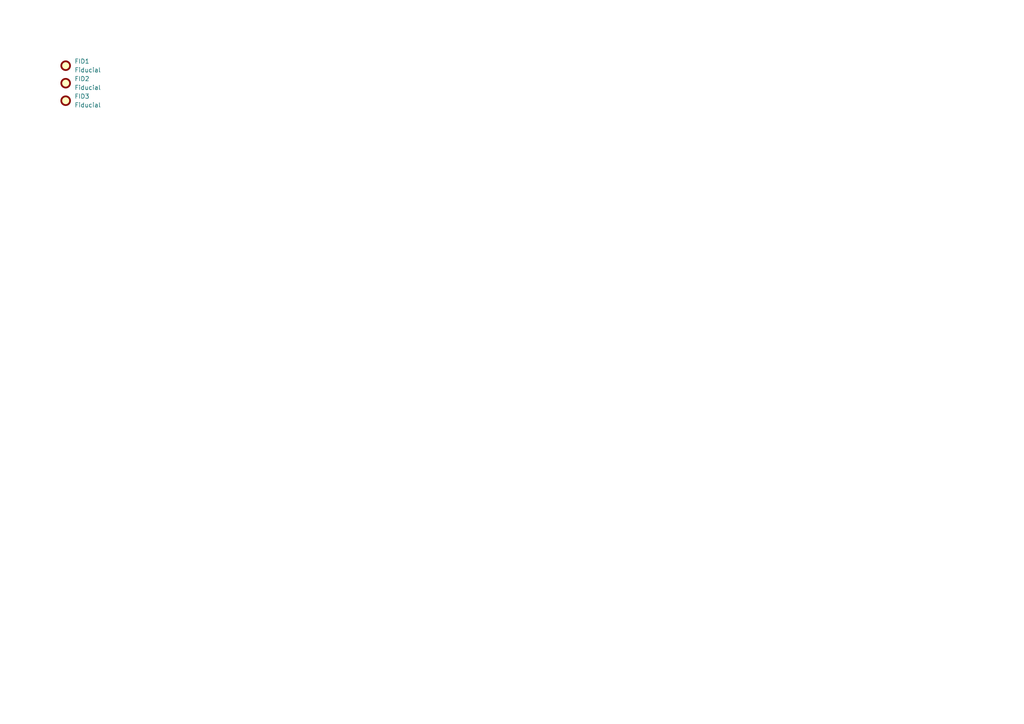
<source format=kicad_sch>
(kicad_sch (version 20250114) (generator "eeschema") (generator_version "9.0")
  (paper "A4")
  (title_block (title "SET!!!") (date "SET!!!") (rev "VERV") (company "SET!!!") (comment 2 "SET!!!") (comment 4 "SET!!!"))
  (lib_symbols
    (symbol "Mechanical:Fiducial" (exclude_from_sim yes) (in_bom no)
      (property "Reference" "FID" (at 0 5.08 0))
      (property "Value" "Fiducial" (at 0 3.175 0))
      (symbol "Fiducial_0_1"
        (circle (center 0 0) (radius 1.27) (stroke (width 0.508)) (fill (type background)))
      )
    )
  )
  (symbol (lib_id "Mechanical:Fiducial") (at 19.05 24.13 0) (unit 1) (exclude_from_sim yes) (in_bom no)
    (property "Reference" "FID2" (at 21.59 22.8599 0) (effects (justify left)))
    (property "Value" "Fiducial" (at 21.59 25.3999 0) (effects (justify left)))
    (property "Footprint" "MAS_Package_std:Fiducial_1mm_Mask2mm" (effects (hide yes)))
    (property "Description" "Fiducial Marker" (effects (hide yes)))
  )
  (symbol (lib_id "Mechanical:Fiducial") (at 19.05 19.05 0) (unit 1) (exclude_from_sim yes) (in_bom no)
    (property "Reference" "FID1" (at 21.59 17.7799 0) (effects (justify left)))
    (property "Value" "Fiducial" (at 21.59 20.3199 0) (effects (justify left)))
    (property "Footprint" "MAS_Package_std:Fiducial_1mm_Mask2mm" (effects (hide yes)))
    (property "Description" "Fiducial Marker" (effects (hide yes)))
  )
  (symbol (lib_id "Mechanical:Fiducial") (at 19.05 29.21 0) (unit 1) (exclude_from_sim yes) (in_bom no)
    (property "Reference" "FID3" (at 21.59 27.9399 0) (effects (justify left)))
    (property "Value" "Fiducial" (at 21.59 30.4799 0) (effects (justify left)))
    (property "Footprint" "MAS_Package_std:Fiducial_1mm_Mask2mm" (effects (hide yes)))
    (property "Description" "Fiducial Marker" (effects (hide yes)))
  )
)
</source>
